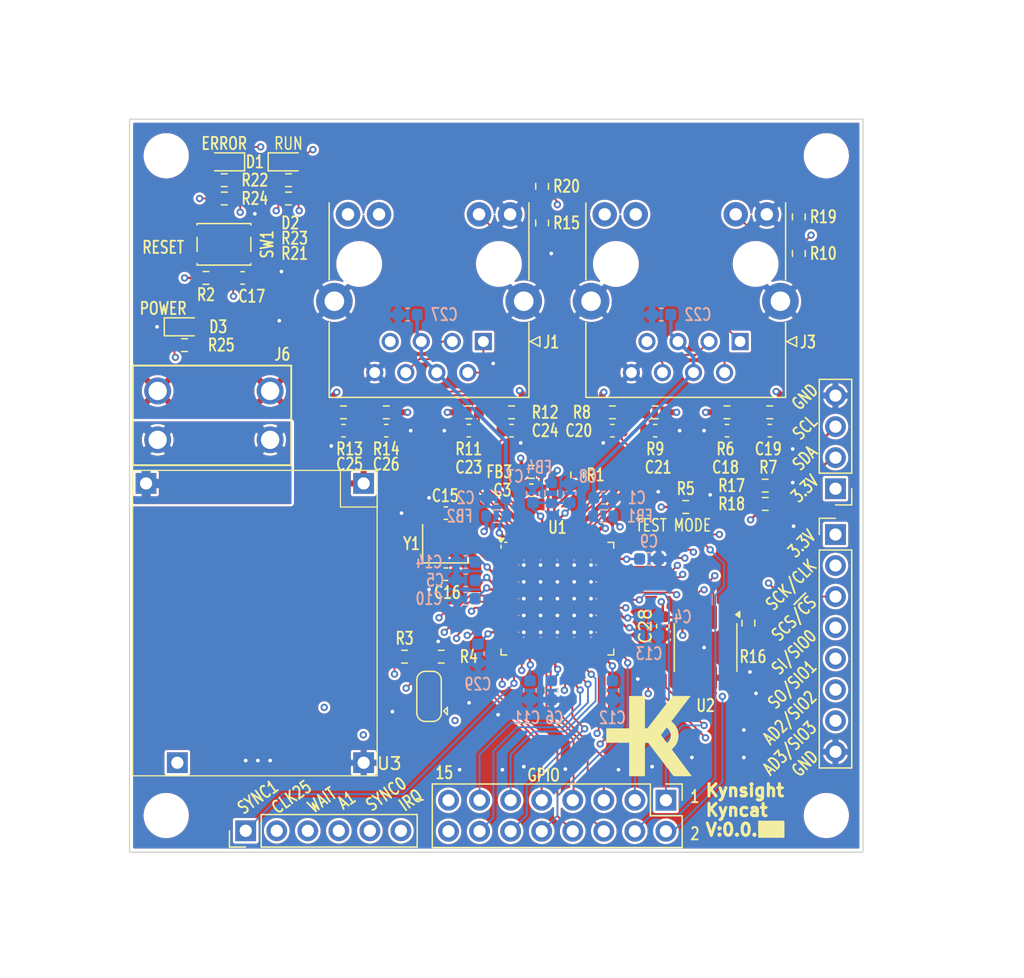
<source format=kicad_pcb>
(kicad_pcb
	(version 20240108)
	(generator "pcbnew")
	(generator_version "8.0")
	(general
		(thickness 1.6)
		(legacy_teardrops no)
	)
	(paper "A4")
	(title_block
		(title "Kyncat_PCB")
		(date "2025-01-03")
		(rev "0.0.1")
		(company "Kynsight GmbH")
	)
	(layers
		(0 "F.Cu" signal)
		(1 "In1.Cu" power "GND.Cu")
		(2 "In2.Cu" power "PWR.Cu")
		(31 "B.Cu" mixed)
		(32 "B.Adhes" user "B.Adhesive")
		(33 "F.Adhes" user "F.Adhesive")
		(34 "B.Paste" user)
		(35 "F.Paste" user)
		(36 "B.SilkS" user "B.Silkscreen")
		(37 "F.SilkS" user "F.Silkscreen")
		(38 "B.Mask" user)
		(39 "F.Mask" user)
		(40 "Dwgs.User" user "User.Drawings")
		(41 "Cmts.User" user "User.Comments")
		(42 "Eco1.User" user "User.Eco1")
		(43 "Eco2.User" user "User.Eco2")
		(44 "Edge.Cuts" user)
		(45 "Margin" user)
		(46 "B.CrtYd" user "B.Courtyard")
		(47 "F.CrtYd" user "F.Courtyard")
		(48 "B.Fab" user)
		(49 "F.Fab" user)
		(50 "User.1" user)
		(51 "User.2" user)
		(52 "User.3" user)
		(53 "User.4" user)
		(54 "User.5" user)
		(55 "User.6" user)
		(56 "User.7" user)
		(57 "User.8" user)
		(58 "User.9" user)
	)
	(setup
		(stackup
			(layer "F.SilkS"
				(type "Top Silk Screen")
			)
			(layer "F.Paste"
				(type "Top Solder Paste")
			)
			(layer "F.Mask"
				(type "Top Solder Mask")
				(thickness 0.01)
			)
			(layer "F.Cu"
				(type "copper")
				(thickness 0.035)
			)
			(layer "dielectric 1"
				(type "prepreg")
				(thickness 0.1)
				(material "FR4")
				(epsilon_r 4.5)
				(loss_tangent 0.02)
			)
			(layer "In1.Cu"
				(type "copper")
				(thickness 0.035)
			)
			(layer "dielectric 2"
				(type "core")
				(thickness 1.24)
				(material "FR4")
				(epsilon_r 4.5)
				(loss_tangent 0.02)
			)
			(layer "In2.Cu"
				(type "copper")
				(thickness 0.035)
			)
			(layer "dielectric 3"
				(type "prepreg")
				(thickness 0.1)
				(material "FR4")
				(epsilon_r 4.5)
				(loss_tangent 0.02)
			)
			(layer "B.Cu"
				(type "copper")
				(thickness 0.035)
			)
			(layer "B.Mask"
				(type "Bottom Solder Mask")
				(thickness 0.01)
			)
			(layer "B.Paste"
				(type "Bottom Solder Paste")
			)
			(layer "B.SilkS"
				(type "Bottom Silk Screen")
			)
			(copper_finish "None")
			(dielectric_constraints no)
		)
		(pad_to_mask_clearance 0)
		(allow_soldermask_bridges_in_footprints no)
		(aux_axis_origin 103.5 98)
		(grid_origin 103.5 98)
		(pcbplotparams
			(layerselection 0x00010fc_ffffffff)
			(plot_on_all_layers_selection 0x0000000_00000000)
			(disableapertmacros no)
			(usegerberextensions yes)
			(usegerberattributes yes)
			(usegerberadvancedattributes yes)
			(creategerberjobfile no)
			(dashed_line_dash_ratio 12.000000)
			(dashed_line_gap_ratio 3.000000)
			(svgprecision 4)
			(plotframeref no)
			(viasonmask no)
			(mode 1)
			(useauxorigin no)
			(hpglpennumber 1)
			(hpglpenspeed 20)
			(hpglpendiameter 15.000000)
			(pdf_front_fp_property_popups yes)
			(pdf_back_fp_property_popups yes)
			(dxfpolygonmode yes)
			(dxfimperialunits yes)
			(dxfusepcbnewfont yes)
			(psnegative no)
			(psa4output no)
			(plotreference yes)
			(plotvalue yes)
			(plotfptext yes)
			(plotinvisibletext no)
			(sketchpadsonfab no)
			(subtractmaskfromsilk yes)
			(outputformat 1)
			(mirror no)
			(drillshape 0)
			(scaleselection 1)
			(outputdirectory "../01_output/00_gerber/")
		)
	)
	(net 0 "")
	(net 1 "VDD33TXRX1")
	(net 2 "GND")
	(net 3 "VDD33TXRX2")
	(net 4 "VDD33BIAS")
	(net 5 "VDDCR")
	(net 6 "VDD12TF")
	(net 7 "VDD33")
	(net 8 "Net-(U1A-OSCI)")
	(net 9 "Net-(U1A-OSCO)")
	(net 10 "Net-(U1A-RST#)")
	(net 11 "TXA_P")
	(net 12 "TXA_N")
	(net 13 "RXA_P")
	(net 14 "RXA_N")
	(net 15 "RXB_N")
	(net 16 "RXB_P")
	(net 17 "TXB_N")
	(net 18 "TXB_P")
	(net 19 "Net-(D1-K)")
	(net 20 "Net-(D2-K)")
	(net 21 "Net-(D3-A)")
	(net 22 "Net-(J1-Pad10)")
	(net 23 "unconnected-(J1-NC-Pad7)")
	(net 24 "unconnected-(J1-Pad11)")
	(net 25 "unconnected-(J1-Pad12)")
	(net 26 "unconnected-(J3-NC-Pad7)")
	(net 27 "Net-(J3-Pad10)")
	(net 28 "unconnected-(J3-Pad12)")
	(net 29 "unconnected-(J3-Pad11)")
	(net 30 "Net-(J6-Pad1)")
	(net 31 "Net-(U3-Vin)")
	(net 32 "Net-(U1A-RBIAS)")
	(net 33 "CLK25_OUT")
	(net 34 "Net-(U1A-CLK_25{slash}CLK_25_EN{slash}XTAL_MODE)")
	(net 35 "Net-(JP1-C)")
	(net 36 "Net-(U1A-TESTMODE)")
	(net 37 "LEDPOL0")
	(net 38 "LEDPOL1")
	(net 39 "Net-(U2-A0)")
	(net 40 "I2C_SDA")
	(net 41 "Net-(U1B-RUNLED{slash}STATE_RUNLED{slash}E2PSIZE{slash}EE_EMUL0{slash}LEDPOL3)")
	(net 42 "Net-(U1B-ERRLED{slash}PME{slash}100FD_B{slash}LEDPOL4)")
	(net 43 "QSPI_SIO0")
	(net 44 "QSPI_SIO2")
	(net 45 "unconnected-(U1A-OSCVDD12-Pad3)")
	(net 46 "I2C_SCL")
	(net 47 "QSPI_CLK")
	(net 48 "A1")
	(net 49 "SPI_SCS")
	(net 50 "SYNC_LATCH_1")
	(net 51 "WAIT_ACK")
	(net 52 "QSPI_SIO3")
	(net 53 "IRQ")
	(net 54 "SYNC_LATCH_0")
	(net 55 "QSPI_SIO1")
	(net 56 "Net-(J8-Pin_2)")
	(net 57 "Net-(J8-Pin_1)")
	(net 58 "Net-(J8-Pin_9)")
	(net 59 "Net-(J8-Pin_11)")
	(net 60 "Net-(J8-Pin_15)")
	(net 61 "Net-(J8-Pin_6)")
	(net 62 "Net-(J8-Pin_12)")
	(net 63 "Net-(J8-Pin_14)")
	(net 64 "Net-(J8-Pin_8)")
	(net 65 "Net-(J8-Pin_13)")
	(net 66 "Net-(J8-Pin_4)")
	(net 67 "Net-(J8-Pin_16)")
	(net 68 "Net-(J8-Pin_5)")
	(net 69 "Net-(J8-Pin_3)")
	(net 70 "Net-(J8-Pin_10)")
	(net 71 "Net-(J8-Pin_7)")
	(footprint "Capacitor_SMD:C_0603_1608Metric" (layer "F.Cu") (at 155.875 63.5))
	(footprint "Capacitor_SMD:C_0603_1608Metric" (layer "F.Cu") (at 147.125 79.5 90))
	(footprint "Resistor_SMD:R_0603_1608Metric" (layer "F.Cu") (at 126 82 180))
	(footprint "Connector_RJ:RJ45_HALO_HFJ11-x2450E-LxxRL_Horizontal" (layer "F.Cu") (at 153.445 56.205 180))
	(footprint "Resistor_SMD:R_0603_1608Metric" (layer "F.Cu") (at 136.375 66.875))
	(footprint "Capacitor_SMD:C_0603_1608Metric" (layer "F.Cu") (at 124.5 63.5))
	(footprint "Resistor_SMD:R_0603_1608Metric" (layer "F.Cu") (at 131.25 62))
	(footprint "Resistor_SMD:R_0603_1608Metric" (layer "F.Cu") (at 143 62))
	(footprint "Button_Switch_SMD:SW_SPST_PTS810" (layer "F.Cu") (at 111.225 48.25 180))
	(footprint "Capacitor_SMD:C_0603_1608Metric" (layer "F.Cu") (at 121 63.5 180))
	(footprint "Resistor_SMD:R_0603_1608Metric" (layer "F.Cu") (at 124.5 62 180))
	(footprint "Capacitor_SMD:C_0603_1608Metric" (layer "F.Cu") (at 143 63.5 180))
	(footprint "Jumper:SolderJumper-3_P1.3mm_Open_RoundedPad1.0x1.5mm" (layer "F.Cu") (at 128 85.25 90))
	(footprint "Oscillator:Oscillator_SMD_Abracon_ASE-4Pin_3.2x2.5mm" (layer "F.Cu") (at 129.375 72.75))
	(footprint "Resistor_SMD:R_0603_1608Metric" (layer "F.Cu") (at 116.5 43 180))
	(footprint "Resistor_SMD:R_0603_1608Metric" (layer "F.Cu") (at 116.5 44.5 180))
	(footprint "Capacitor_SMD:C_0603_1608Metric" (layer "F.Cu") (at 129.375 70.25 180))
	(footprint "Capacitor_SMD:C_0603_1608Metric" (layer "F.Cu") (at 129.375 75.25))
	(footprint "Capacitor_SMD:C_0603_1608Metric" (layer "F.Cu") (at 131.25 63.5 180))
	(footprint "Resistor_SMD:R_0603_1608Metric" (layer "F.Cu") (at 154.125 79.25 90))
	(footprint "MountingHole:MountingHole_3.2mm_M3_DIN965" (layer "F.Cu") (at 160.5 95))
	(footprint "MountingHole:MountingHole_3.2mm_M3_DIN965" (layer "F.Cu") (at 106.5 41))
	(footprint "Resistor_SMD:R_0603_1608Metric" (layer "F.Cu") (at 137.25 43.5 -90))
	(footprint "Connector_PinHeader_2.54mm:PinHeader_1x08_P2.54mm_Vertical" (layer "F.Cu") (at 161.25 72))
	(footprint "Resistor_SMD:R_0603_1608Metric" (layer "F.Cu") (at 121 62))
	(footprint "Package_DFN_QFN:QFN-64-1EP_9x9mm_P0.5mm_EP6x6mm_ThermalVias" (layer "F.Cu") (at 138.5 77.25))
	(footprint "Resistor_SMD:R_0603_1608Metric" (layer "F.Cu") (at 137.25 46.5 -90))
	(footprint "Capacitor_SMD:C_0603_1608Metric" (layer "F.Cu") (at 152.375 63.5 180))
	(footprint "Resistor_SMD:R_0603_1608Metric" (layer "F.Cu") (at 134.75 62 180))
	(footprint "Resistor_SMD:R_0603_1608Metric" (layer "F.Cu") (at 155.5 69.5 180))
	(footprint "Resistor_SMD:R_0603_1608Metric"
		(layer "F.Cu")
		(uuid "a47e5690-9e94-4944-97c0-29188d31fb54")
		(at 111.25 44.5 180)
		(descr "Resistor SMD 0603 (1608 Metric), square (rectangular) end terminal, IPC_7351 nominal, (Body size source: IPC-SM-782 page 72, https://www.pcb-3d.com/wordpress/wp-content/uploads/ipc-sm-782a_amendment_1_and_2.pdf), generated with kicad-footprint-generator")
		(tags "resistor")
		(property "Reference" "R24"
			(at -2.5 0 0)
			(layer "F.SilkS")
			(uuid "c421e9bd-1b98-4486-92bb-97300e9499c1")
			(effects
				(font
					(size 1 0.75)
					(thickness 0.15)
				)
			)
		)
		(property "Value" "10K"
			(at 0 1.43 0)
			(layer "F.Fab")
			(uuid "4030bb80-f4b2-4a38-ad64-7c866edd0470")
			(effects
				(font
					(size 1 1)
					(thickness 0.15)
				)
			)
		)
		(property "Footprint" "Resistor_SMD:R_0603_1608Metric"
			(at 0 0 180)
			(unlocked yes)
			(layer "F.Fab")
			(hide yes)
			(uuid "2aabf740-8f09-421d-a33d-98fc2223b4cf")
			(effects
				(font
					(size 1.27 1.27)
					(thickness 0.15)
				)
			)
		)
		(property "Datasheet" ""
			(at 0 0 180)
			(unlocked yes)
			(layer "F.Fab")
			(hide yes)
			(uuid "b1803734-4fd0-4474-8a29-c8dcdb37359b")
			(effects
				(font
					(size 1.27 1.27)
					(thickness 0.15)
				)
			)
		)
		(property "Description" "Resistor, small symbol"
			(at 0 0 180)
			(unlocked yes)
			(layer "F.Fab")
			(hide yes)
			(uuid "b3b42d64-7de3-4b96-86f5-7ed717ccf203")
			(effects
				(font
					(size 1.27 1.27)
					(thickness 0.15)
				)
			)
		)
		(property "Man" "Yageo"
			(at 0 0 180)
			(unlocked yes)
			(layer "F.Fab")
			(hide yes)
			(uuid "f4e71abc-76ba-4947-90c3-0a6436d69b78")
			(effects
				(font
					(size 1 1)
					(thickness 0.15)
				)
			)
		)
		(property "Man_No" "RC0603FR-0710KL"
			(at 0 0 180)
			(unlocked yes)
			(layer "F.Fab")
			(hide yes)
			(uuid "d56a162a-650c-44d8-b04e-e4ba4603c1f7")
			(effects
				(font
					(size 1 1)
					(thickness 0.15)
				)
			)
		)
		(property "Disti" "Digikey"
			(at 0 0 180)
			(unlocked yes)
			(layer "F.Fab")
			(hide yes)
			(uuid "cef1e86d-089b-4754-928e-a8d3d0170b0f")
			(effects
				(font
					(size 1 1)
					(thickness 0.15)
				)
			)
		)
		(property "Disti_No" "311-10.0KHRCT-ND"
			(at 0 0 180)
			(unlocked yes)
			(layer "F.Fab")
			(hide yes)
			(uuid "eefd1e7c-4a2d-4ffb-b879-f67499f0cfc3")
			(effects
				(font
					(size 1 1)
					(thickness 0.15)
				)
			)
		)
		(property ki_fp_filters "R_*")
		(path "/730d9fe1-f8d8-4491-9eb4-a8539616c8ab/9156f3d7-9d32-41d1-936f-239af033c633")
		(sheetname "config")
		(sheetfile "config.kicad_sch")
		(attr smd)
		(fp_line
			(start -0.237258 0.5225)
			(end 0.237258 0.5225)
			(stroke
				(width 0.12)
				(type solid)
			)
			(layer "F.SilkS")
			(uuid "3ed4c387-a2b3-4422-899b-ee0bea61b0a1")
		)
		(fp_line
			(start -0.237258 -0.5225)
			(end 0.237258 -0.5225)
			(stroke
				(width 0.12)
				(ty
... [1397455 chars truncated]
</source>
